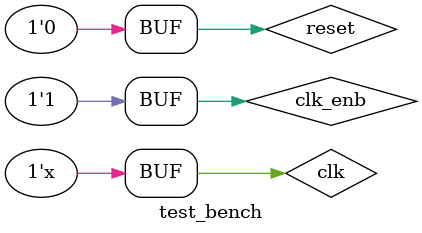
<source format=v>
`timescale 1ns / 1ps


module test_bench();
reg clk;
reg reset;
reg clk_enb;
wire PMOD_MOSI;
wire PMOD_SCLK;
wire PMOD_CS_N;
wire PMOD_LDAC;
initial 
begin 
clk = 1'b0;reset = 1'b1;clk_enb = 1'b1;
#50 reset = 1'b0;
end
always #4 clk = ~clk;
DAC_Wrapper inst0(.clk(clk),.reset(reset),.clk_enb(clk_enb),.PMOD_MOSI(PMOD_MOSI),.PMOD_SCLK(PMOD_SCLK),.PMOD_CS_N(PMOD_CS_N),.PMOD_LDAC(PMOD_LDAC));


endmodule

</source>
